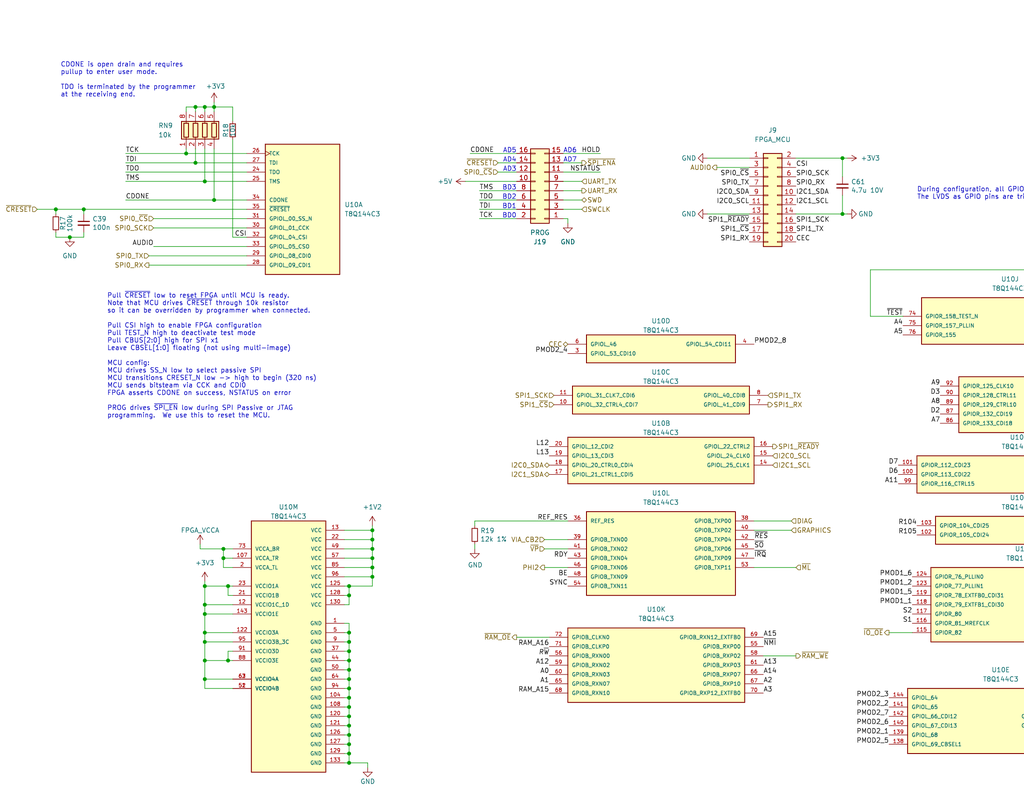
<source format=kicad_sch>
(kicad_sch (version 20211123) (generator eeschema)
  (paper "A")
  (title_block (title "EconoPET 40/8096") (date "2023-11-21") (rev "B"))
  (junction (at 82.55 233.68))
  (junction (at 325.12 -10.16))
  (junction (at 19.05 233.68))
  (junction (at 95.25 200.66))
  (junction (at 400.05 0))
  (junction (at 138.43 259.08))
  (junction (at 55.88 180.34))
  (junction (at 53.34 44.45))
  (junction (at 95.25 241.3))
  (junction (at 101.6 154.94))
  (junction (at 125.73 259.08))
  (junction (at 95.25 187.96))
  (junction (at 107.95 233.68))
  (junction (at 95.25 205.74))
  (junction (at 19.05 64.77))
  (junction (at 389.89 -10.16))
  (junction (at 100.33 259.08))
  (junction (at 113.03 259.08))
  (junction (at 425.45 76.2))
  (junction (at 335.28 -10.16))
  (junction (at 101.6 147.32))
  (junction (at 36.83 259.08))
  (junction (at 55.88 29.21))
  (junction (at 229.87 43.18))
  (junction (at 100.33 251.46))
  (junction (at 95.25 180.34))
  (junction (at 335.28 0))
  (junction (at 55.88 49.53))
  (junction (at 22.86 57.15))
  (junction (at 44.45 241.3))
  (junction (at 19.05 241.3))
  (junction (at 229.87 58.42))
  (junction (at 440.69 102.87))
  (junction (at 57.15 233.68))
  (junction (at 58.42 29.21))
  (junction (at 163.83 259.08))
  (junction (at 120.65 241.3))
  (junction (at 62.23 160.02))
  (junction (at 151.13 259.08))
  (junction (at 163.83 251.46))
  (junction (at 31.75 241.3))
  (junction (at 82.55 241.3))
  (junction (at 31.75 233.68))
  (junction (at 50.8 41.91))
  (junction (at 95.25 185.42))
  (junction (at 95.25 190.5))
  (junction (at 49.53 259.08))
  (junction (at 95.25 198.12))
  (junction (at 60.96 149.86))
  (junction (at 62.23 251.46))
  (junction (at 151.13 251.46))
  (junction (at 101.6 157.48))
  (junction (at 95.25 172.72))
  (junction (at 87.63 259.08))
  (junction (at 55.88 160.02))
  (junction (at 384.81 203.2))
  (junction (at 125.73 251.46))
  (junction (at 87.63 251.46))
  (junction (at 101.6 144.78))
  (junction (at 138.43 251.46))
  (junction (at 60.96 152.4))
  (junction (at 53.34 29.21))
  (junction (at 69.85 233.68))
  (junction (at 95.25 160.02))
  (junction (at 95.25 203.2))
  (junction (at 57.15 241.3))
  (junction (at 15.24 57.15))
  (junction (at 107.95 241.3))
  (junction (at 113.03 251.46))
  (junction (at 440.69 90.17))
  (junction (at 55.88 185.42))
  (junction (at 55.88 167.64))
  (junction (at 120.65 233.68))
  (junction (at 74.93 251.46))
  (junction (at 69.85 241.3))
  (junction (at 323.85 88.9))
  (junction (at 323.85 83.82))
  (junction (at 95.25 177.8))
  (junction (at 95.25 175.26))
  (junction (at 55.88 175.26))
  (junction (at 95.25 162.56))
  (junction (at 477.52 87.63))
  (junction (at 74.93 259.08))
  (junction (at 101.6 152.4))
  (junction (at 36.83 251.46))
  (junction (at 62.23 180.34))
  (junction (at 49.53 251.46))
  (junction (at 62.23 259.08))
  (junction (at 55.88 172.72))
  (junction (at 95.25 208.28))
  (junction (at 95.25 193.04))
  (junction (at 95.25 233.68))
  (junction (at 58.42 54.61))
  (junction (at 95.25 182.88))
  (junction (at 101.6 149.86))
  (junction (at 95.25 195.58))
  (junction (at 55.88 165.1))
  (junction (at 44.45 233.68))
  (junction (at 323.85 86.36))
  (junction (at 400.05 -10.16))
  (bus_entry (at 425.45 120.65) (size 2.54 2.54))
  (bus_entry (at 496.57 115.57) (size -2.54 -2.54))
  (bus_entry (at 496.57 107.95) (size -2.54 2.54))
  (bus_entry (at 482.6 125.73) (size -2.54 -2.54))
  (bus_entry (at 425.45 102.87) (size 2.54 2.54))
  (bus_entry (at 496.57 120.65) (size -2.54 -2.54))
  (bus_entry (at 496.57 123.19) (size -2.54 -2.54))
  (bus_entry (at 425.45 118.11) (size 2.54 2.54))
  (bus_entry (at 425.45 123.19) (size 2.54 2.54))
  (bus_entry (at 482.6 123.19) (size -2.54 -2.54))
  (bus_entry (at 482.6 120.65) (size -2.54 -2.54))
  (bus_entry (at 425.45 105.41) (size 2.54 2.54))
  (bus_entry (at 425.45 115.57) (size 2.54 2.54))
  (bus_entry (at 425.45 128.27) (size 2.54 2.54))
  (bus_entry (at 482.6 128.27) (size -2.54 -2.54))
  (bus_entry (at 496.57 118.11) (size -2.54 -2.54))
  (bus_entry (at 496.57 105.41) (size -2.54 2.54))
  (bus_entry (at 425.45 110.49) (size 2.54 2.54))
  (bus_entry (at 482.6 133.35) (size -2.54 -2.54))
  (bus_entry (at 482.6 135.89) (size -2.54 -2.54))
  (bus_entry (at 425.45 130.81) (size 2.54 2.54))
  (bus_entry (at 425.45 107.95) (size 2.54 2.54))
  (bus_entry (at 425.45 125.73) (size 2.54 2.54))
  (bus_entry (at 425.45 113.03) (size 2.54 2.54))
  (bus_entry (at 496.57 102.87) (size -2.54 2.54))
  (bus_entry (at 496.57 100.33) (size -2.54 2.54))
  (bus_entry (at 482.6 138.43) (size -2.54 -2.54))
  (bus_entry (at 482.6 130.81) (size -2.54 -2.54))
  (wire (pts (xy 309.88 83.82) (xy 309.88 73.66)))
  (wire (pts (xy 53.34 44.45) (xy 67.31 44.45)))
  (bus (pts (xy 425.45 125.73) (xy 425.45 128.27)))
  (wire (pts (xy 93.98 182.88) (xy 95.25 182.88)))
  (wire (pts (xy 55.88 165.1) (xy 63.5 165.1)))
  (wire (pts (xy 57.15 233.68) (xy 69.85 233.68)))
  (wire (pts (xy 427.99 107.95) (xy 454.66 107.95)))
  (wire (pts (xy 19.05 64.77) (xy 15.24 64.77)))
  (wire (pts (xy 237.49 86.36) (xy 246.38 86.36)))
  (wire (pts (xy 55.88 180.34) (xy 55.88 185.42)))
  (bus (pts (xy 496.57 125.73) (xy 497.84 125.73)))
  (bus (pts (xy 482.6 138.43) (xy 483.87 138.43)))
  (wire (pts (xy 101.6 149.86) (xy 101.6 152.4)))
  (wire (pts (xy 427.99 113.03) (xy 454.66 113.03)))
  (wire (pts (xy 95.25 203.2) (xy 95.25 205.74)))
  (wire (pts (xy 440.69 85.09) (xy 440.69 90.17)))
  (wire (pts (xy 325.12 -10.16) (xy 335.28 -10.16)))
  (wire (pts (xy 62.23 177.8) (xy 63.5 177.8)))
  (wire (pts (xy 24.13 252.73) (xy 24.13 251.46)))
  (wire (pts (xy 101.6 152.4) (xy 101.6 154.94)))
  (wire (pts (xy 242.57 248.92) (xy 242.57 250.19)))
  (wire (pts (xy 55.88 172.72) (xy 55.88 175.26)))
  (wire (pts (xy 467.36 107.95) (xy 494.03 107.95)))
  (wire (pts (xy 427.99 105.41) (xy 454.66 105.41)))
  (wire (pts (xy 34.29 54.61) (xy 58.42 54.61)))
  (wire (pts (xy 40.64 72.39) (xy 67.31 72.39)))
  (wire (pts (xy 427.99 118.11) (xy 454.66 118.11)))
  (bus (pts (xy 425.45 113.03) (xy 425.45 115.57)))
  (wire (pts (xy 388.62 0) (xy 400.05 0)))
  (wire (pts (xy 140.97 173.99) (xy 149.86 173.99)))
  (wire (pts (xy 93.98 200.66) (xy 95.25 200.66)))
  (wire (pts (xy 87.63 259.08) (xy 87.63 257.81)))
  (bus (pts (xy 425.45 76.2) (xy 422.91 76.2)))
  (wire (pts (xy 138.43 259.08) (xy 125.73 259.08)))
  (wire (pts (xy 205.74 154.94) (xy 217.17 154.94)))
  (wire (pts (xy 153.67 41.91) (xy 163.83 41.91)))
  (wire (pts (xy 55.88 167.64) (xy 63.5 167.64)))
  (wire (pts (xy 226.06 236.22) (xy 223.52 236.22)))
  (wire (pts (xy 467.36 120.65) (xy 480.06 120.65)))
  (wire (pts (xy 36.83 259.08) (xy 36.83 257.81)))
  (wire (pts (xy 440.69 99.06) (xy 440.69 102.87)))
  (wire (pts (xy 125.73 252.73) (xy 125.73 251.46)))
  (wire (pts (xy 95.25 172.72) (xy 95.25 175.26)))
  (wire (pts (xy 133.35 240.03) (xy 133.35 241.3)))
  (wire (pts (xy 107.95 241.3) (xy 107.95 240.03)))
  (wire (pts (xy 400.05 -3.81) (xy 400.05 0)))
  (wire (pts (xy 153.67 59.69) (xy 154.94 59.69)))
  (wire (pts (xy 93.98 190.5) (xy 95.25 190.5)))
  (wire (pts (xy 93.98 193.04) (xy 95.25 193.04)))
  (wire (pts (xy 95.25 208.28) (xy 100.33 208.28)))
  (wire (pts (xy 95.25 195.58) (xy 95.25 198.12)))
  (bus (pts (xy 482.6 133.35) (xy 482.6 135.89)))
  (wire (pts (xy 58.42 29.21) (xy 63.5 29.21)))
  (bus (pts (xy 496.57 120.65) (xy 496.57 123.19)))
  (wire (pts (xy 223.52 234.95) (xy 223.52 236.22)))
  (bus (pts (xy 482.6 123.19) (xy 482.6 125.73)))
  (wire (pts (xy 101.6 144.78) (xy 101.6 143.51)))
  (wire (pts (xy 69.85 241.3) (xy 69.85 240.03)))
  (wire (pts (xy 95.25 241.3) (xy 107.95 241.3)))
  (wire (pts (xy 40.64 69.85) (xy 67.31 69.85)))
  (wire (pts (xy 303.53 245.11) (xy 306.07 245.11)))
  (wire (pts (xy 240.03 236.22) (xy 242.57 236.22)))
  (wire (pts (xy 151.13 251.46) (xy 163.83 251.46)))
  (wire (pts (xy 325.12 -2.54) (xy 323.85 -2.54)))
  (wire (pts (xy 95.25 180.34) (xy 95.25 182.88)))
  (wire (pts (xy 62.23 259.08) (xy 49.53 259.08)))
  (wire (pts (xy 55.88 175.26) (xy 55.88 180.34)))
  (wire (pts (xy 383.54 203.2) (xy 384.81 203.2)))
  (wire (pts (xy 49.53 252.73) (xy 49.53 251.46)))
  (wire (pts (xy 93.98 154.94) (xy 101.6 154.94)))
  (wire (pts (xy 34.29 41.91) (xy 50.8 41.91)))
  (wire (pts (xy 389.89 -2.54) (xy 388.62 -2.54)))
  (bus (pts (xy 482.6 135.89) (xy 482.6 138.43)))
  (wire (pts (xy 41.91 67.31) (xy 67.31 67.31)))
  (wire (pts (xy 62.23 180.34) (xy 62.23 177.8)))
  (wire (pts (xy 101.6 147.32) (xy 101.6 149.86)))
  (wire (pts (xy 93.98 149.86) (xy 101.6 149.86)))
  (wire (pts (xy 237.49 73.66) (xy 237.49 86.36)))
  (wire (pts (xy 95.25 165.1) (xy 93.98 165.1)))
  (wire (pts (xy 100.33 208.28) (xy 100.33 209.55)))
  (wire (pts (xy 229.87 43.18) (xy 229.87 48.26)))
  (bus (pts (xy 425.45 120.65) (xy 425.45 123.19)))
  (wire (pts (xy 400.05 -10.16) (xy 400.05 -8.89)))
  (wire (pts (xy 87.63 252.73) (xy 87.63 251.46)))
  (wire (pts (xy 60.96 154.94) (xy 63.5 154.94)))
  (wire (pts (xy 34.29 44.45) (xy 53.34 44.45)))
  (wire (pts (xy 50.8 41.91) (xy 67.31 41.91)))
  (wire (pts (xy 107.95 241.3) (xy 120.65 241.3)))
  (wire (pts (xy 95.25 241.3) (xy 95.25 240.03)))
  (wire (pts (xy 49.53 259.08) (xy 36.83 259.08)))
  (wire (pts (xy 95.25 205.74) (xy 95.25 208.28)))
  (wire (pts (xy 477.52 87.63) (xy 477.52 85.09)))
  (wire (pts (xy 74.93 259.08) (xy 87.63 259.08)))
  (wire (pts (xy 427.99 110.49) (xy 454.66 110.49)))
  (bus (pts (xy 496.57 100.33) (xy 496.57 102.87)))
  (wire (pts (xy 95.25 208.28) (xy 93.98 208.28)))
  (wire (pts (xy 55.88 187.96) (xy 63.5 187.96)))
  (wire (pts (xy 63.5 38.1) (xy 63.5 64.77)))
  (wire (pts (xy 304.8 86.36) (xy 312.42 86.36)))
  (wire (pts (xy 62.23 251.46) (xy 74.93 251.46)))
  (wire (pts (xy 93.98 180.34) (xy 95.25 180.34)))
  (bus (pts (xy 425.45 128.27) (xy 425.45 130.81)))
  (wire (pts (xy 467.36 130.81) (xy 480.06 130.81)))
  (wire (pts (xy 138.43 251.46) (xy 138.43 252.73)))
  (wire (pts (xy 93.98 205.74) (xy 95.25 205.74)))
  (wire (pts (xy 62.23 257.81) (xy 62.23 259.08)))
  (wire (pts (xy 383.54 201.93) (xy 383.54 203.2)))
  (wire (pts (xy 50.8 29.21) (xy 53.34 29.21)))
  (wire (pts (xy 477.52 93.98) (xy 477.52 95.25)))
  (wire (pts (xy 58.42 29.21) (xy 58.42 30.48)))
  (wire (pts (xy 130.81 59.69) (xy 140.97 59.69)))
  (wire (pts (xy 19.05 241.3) (xy 31.75 241.3)))
  (wire (pts (xy 74.93 259.08) (xy 62.23 259.08)))
  (wire (pts (xy 133.35 233.68) (xy 133.35 234.95)))
  (wire (pts (xy 242.57 236.22) (xy 242.57 238.76)))
  (wire (pts (xy 304.8 88.9) (xy 312.42 88.9)))
  (bus (pts (xy 482.6 130.81) (xy 482.6 133.35)))
  (wire (pts (xy 53.34 40.64) (xy 53.34 44.45)))
  (wire (pts (xy 62.23 162.56) (xy 62.23 160.02)))
  (wire (pts (xy 113.03 259.08) (xy 100.33 259.08)))
  (wire (pts (xy 231.14 43.18) (xy 229.87 43.18)))
  (wire (pts (xy 467.36 128.27) (xy 480.06 128.27)))
  (wire (pts (xy 95.25 160.02) (xy 95.25 162.56)))
  (wire (pts (xy 95.25 190.5) (xy 95.25 193.04)))
  (bus (pts (xy 425.45 76.2) (xy 425.45 102.87)))
  (wire (pts (xy 74.93 257.81) (xy 74.93 259.08)))
  (wire (pts (xy 55.88 172.72) (xy 63.5 172.72)))
  (wire (pts (xy 335.28 -10.16) (xy 335.28 -8.89)))
  (wire (pts (xy 427.99 133.35) (xy 454.66 133.35)))
  (wire (pts (xy 107.95 233.68) (xy 120.65 233.68)))
  (wire (pts (xy 158.75 44.45) (xy 153.67 44.45)))
  (wire (pts (xy 95.25 177.8) (xy 95.25 180.34)))
  (wire (pts (xy 19.05 241.3) (xy 19.05 242.57)))
  (wire (pts (xy 242.57 172.72) (xy 248.92 172.72)))
  (wire (pts (xy 55.88 158.75) (xy 55.88 160.02)))
  (wire (pts (xy 93.98 198.12) (xy 95.25 198.12)))
  (wire (pts (xy 125.73 251.46) (xy 138.43 251.46)))
  (wire (pts (xy 50.8 40.64) (xy 50.8 41.91)))
  (wire (pts (xy 34.29 49.53) (xy 55.88 49.53)))
  (wire (pts (xy 113.03 251.46) (xy 125.73 251.46)))
  (wire (pts (xy 325.12 -10.16) (xy 325.12 -2.54)))
  (bus (pts (xy 425.45 110.49) (xy 425.45 113.03)))
  (wire (pts (xy 485.14 115.57) (xy 494.03 115.57)))
  (wire (pts (xy 195.58 45.72) (xy 204.47 45.72)))
  (wire (pts (xy 130.81 54.61) (xy 140.97 54.61)))
  (wire (pts (xy 15.24 57.15) (xy 22.86 57.15)))
  (bus (pts (xy 482.6 120.65) (xy 482.6 123.19)))
  (wire (pts (xy 22.86 57.15) (xy 67.31 57.15)))
  (wire (pts (xy 375.92 -2.54) (xy 374.65 -2.54)))
  (wire (pts (xy 19.05 231.14) (xy 19.05 233.68)))
  (wire (pts (xy 120.65 241.3) (xy 120.65 240.03)))
  (wire (pts (xy 93.98 177.8) (xy 95.25 177.8)))
  (wire (pts (xy 58.42 40.64) (xy 58.42 54.61)))
  (wire (pts (xy 427.99 115.57) (xy 454.66 115.57)))
  (wire (pts (xy 93.98 157.48) (xy 101.6 157.48)))
  (wire (pts (xy 93.98 160.02) (xy 95.25 160.02)))
  (wire (pts (xy 476.25 115.57) (xy 467.36 115.57)))
  (wire (pts (xy 93.98 172.72) (xy 95.25 172.72)))
  (wire (pts (xy 154.94 59.69) (xy 154.94 60.96)))
  (wire (pts (xy 323.85 83.82) (xy 323.85 86.36)))
  (wire (pts (xy 55.88 40.64) (xy 55.88 49.53)))
  (wire (pts (xy 303.53 200.66) (xy 313.69 200.66)))
  (wire (pts (xy 95.25 162.56) (xy 95.25 165.1)))
  (wire (pts (xy 101.6 154.94) (xy 101.6 157.48)))
  (wire (pts (xy 60.96 152.4) (xy 63.5 152.4)))
  (wire (pts (xy 55.88 185.42) (xy 63.5 185.42)))
  (bus (pts (xy 425.45 118.11) (xy 425.45 120.65)))
  (bus (pts (xy 425.45 107.95) (xy 425.45 110.49)))
  (bus (pts (xy 496.57 115.57) (xy 496.57 118.11)))
  (wire (pts (xy 467.36 133.35) (xy 480.06 133.35)))
  (wire (pts (xy 467.36 123.19) (xy 480.06 123.19)))
  (wire (pts (xy 95.25 233.68) (xy 107.95 233.68)))
  (bus (pts (xy 425.45 105.41) (xy 425.45 107.95)))
  (wire (pts (xy 95.25 182.88) (xy 95.25 185.42)))
  (wire (pts (xy 427.99 123.19) (xy 454.66 123.19)))
  (wire (pts (xy 54.61 149.86) (xy 54.61 148.59)))
  (bus (pts (xy 496.57 105.41) (xy 496.57 107.95)))
  (wire (pts (xy 62.23 252.73) (xy 62.23 251.46)))
  (wire (pts (xy 101.6 157.48) (xy 101.6 160.02)))
  (wire (pts (xy 93.98 187.96) (xy 95.25 187.96)))
  (bus (pts (xy 496.57 118.11) (xy 496.57 120.65)))
  (wire (pts (xy 82.55 241.3) (xy 82.55 240.03)))
  (wire (pts (xy 57.15 241.3) (xy 69.85 241.3)))
  (wire (pts (xy 95.25 170.18) (xy 95.25 172.72)))
  (wire (pts (xy 440.69 93.98) (xy 440.69 90.17)))
  (wire (pts (xy 55.88 160.02) (xy 62.23 160.02)))
  (wire (pts (xy 95.25 160.02) (xy 101.6 160.02)))
  (wire (pts (xy 140.97 41.91) (xy 128.27 41.91)))
  (wire (pts (xy 400.05 -11.43) (xy 400.05 -10.16)))
  (wire (pts (xy 158.75 52.07) (xy 153.67 52.07)))
  (wire (pts (xy 323.85 91.44) (xy 322.58 91.44)))
  (wire (pts (xy 125.73 257.81) (xy 125.73 259.08)))
  (wire (pts (xy 95.25 234.95) (xy 95.25 233.68)))
  (wire (pts (xy 304.8 91.44) (xy 312.42 91.44)))
  (wire (pts (xy 15.24 63.5) (xy 15.24 64.77)))
  (wire (pts (xy 24.13 259.08) (xy 24.13 257.81)))
  (wire (pts (xy 93.98 195.58) (xy 95.25 195.58)))
  (bus (pts (xy 496.57 123.19) (xy 497.84 123.19)))
  (wire (pts (xy 467.36 125.73) (xy 480.06 125.73)))
  (wire (pts (xy 335.28 -11.43) (xy 335.28 -10.16)))
  (wire (pts (xy 389.89 -10.16) (xy 389.89 -2.54)))
  (wire (pts (xy 100.33 251.46) (xy 113.03 251.46)))
  (wire (pts (xy 485.14 120.65) (xy 494.03 120.65)))
  (wire (pts (xy 36.83 251.46) (xy 49.53 251.46)))
  (wire (pts (xy 323.85 82.55) (xy 323.85 83.82)))
  (wire (pts (xy 100.33 252.73) (xy 100.33 251.46)))
  (wire (pts (xy 163.83 250.19) (xy 163.83 251.46)))
  (wire (pts (xy 309.88 -2.54) (xy 309.88 -10.16)))
  (wire (pts (xy 95.25 185.42) (xy 95.25 187.96)))
  (wire (pts (xy 467.36 135.89) (xy 480.06 135.89)))
  (wire (pts (xy 322.58 83.82) (xy 323.85 83.82)))
  (wire (pts (xy 138.43 259.08) (xy 151.13 259.08)))
  (bus (pts (xy 496.57 76.2) (xy 496.57 100.33)))
  (wire (pts (xy 49.53 251.46) (xy 62.23 251.46)))
  (wire (pts (xy 158.75 54.61) (xy 153.67 54.61)))
  (wire (pts (xy 55.88 160.02) (xy 55.88 165.1)))
  (wire (pts (xy 60.96 152.4) (xy 60.96 154.94)))
  (wire (pts (xy 36.83 259.08) (xy 24.13 259.08)))
  (wire (pts (xy 93.98 147.32) (xy 101.6 147.32)))
  (wire (pts (xy 127 49.53) (xy 140.97 49.53)))
  (wire (pts (xy 323.85 88.9) (xy 322.58 88.9)))
  (wire (pts (xy 138.43 251.46) (xy 151.13 251.46)))
  (wire (pts (xy 158.75 57.15) (xy 153.67 57.15)))
  (wire (pts (xy 55.88 180.34) (xy 62.23 180.34)))
  (wire (pts (xy 34.29 46.99) (xy 67.31 46.99)))
  (wire (pts (xy 148.59 147.32) (xy 154.94 147.32)))
  (wire (pts (xy 93.98 144.78) (xy 101.6 144.78)))
  (wire (pts (xy 389.89 -10.16) (xy 400.05 -10.16)))
  (wire (pts (xy 62.23 180.34) (xy 63.5 180.34)))
  (wire (pts (xy 53.34 29.21) (xy 53.34 30.48)))
  (wire (pts (xy 309.88 73.66) (xy 237.49 73.66)))
  (wire (pts (xy 129.54 148.59) (xy 129.54 149.86)))
  (wire (pts (xy 22.86 57.15) (xy 22.86 58.42)))
  (wire (pts (xy 44.45 241.3) (xy 44.45 240.03)))
  (wire (pts (xy 467.36 105.41) (xy 494.03 105.41)))
  (wire (pts (xy 374.65 -10.16) (xy 389.89 -10.16)))
  (wire (pts (xy 41.91 59.69) (xy 67.31 59.69)))
  (wire (pts (xy 440.69 102.87) (xy 454.66 102.87)))
  (wire (pts (xy 120.65 241.3) (xy 133.35 241.3)))
  (wire (pts (xy 55.88 29.21) (xy 55.88 30.48)))
  (wire (pts (xy 138.43 257.81) (xy 138.43 259.08)))
  (wire (pts (xy 204.47 43.18) (xy 193.04 43.18)))
  (wire (pts (xy 335.28 0) (xy 335.28 -3.81)))
  (wire (pts (xy 95.25 200.66) (xy 95.25 203.2)))
  (wire (pts (xy 154.94 142.24) (xy 129.54 142.24)))
  (wire (pts (xy 93.98 175.26) (xy 95.25 175.26)))
  (wire (pts (xy 31.75 241.3) (xy 44.45 241.3)))
  (wire (pts (xy 323.85 0) (xy 335.28 0)))
  (wire (pts (xy 335.28 0) (xy 335.28 12.7)))
  (wire (pts (xy 323.85 86.36) (xy 323.85 88.9)))
  (wire (pts (xy 229.87 58.42) (xy 231.14 58.42)))
  (wire (pts (xy 22.86 63.5) (xy 22.86 64.77)))
  (wire (pts (xy 120.65 233.68) (xy 133.35 233.68)))
  (wire (pts (xy 163.83 259.08) (xy 151.13 259.08)))
  (wire (pts (xy 82.55 234.95) (xy 82.55 233.68)))
  (wire (pts (xy 309.88 -10.16) (xy 325.12 -10.16)))
  (wire (pts (xy 19.05 234.95) (xy 19.05 233.68)))
  (wire (pts (xy 485.14 118.11) (xy 494.03 118.11)))
  (wire (pts (xy 205.74 144.78) (xy 215.9 144.78)))
  (wire (pts (xy 374.65 -2.54) (xy 374.65 -10.16)))
  (wire (pts (xy 151.13 251.46) (xy 151.13 252.73)))
  (wire (pts (xy 208.28 179.07) (xy 217.17 179.07)))
  (wire (pts (xy 312.42 83.82) (xy 309.88 83.82)))
  (wire (pts (xy 163.83 259.08) (xy 163.83 260.35)))
  (bus (pts (xy 496.57 76.2) (xy 425.45 76.2)))
  (wire (pts (xy 60.96 149.86) (xy 54.61 149.86)))
  (wire (pts (xy 95.25 187.96) (xy 95.25 190.5)))
  (wire (pts (xy 427.99 125.73) (xy 454.66 125.73)))
  (wire (pts (xy 129.54 142.24) (xy 129.54 143.51)))
  (wire (pts (xy 63.5 162.56) (xy 62.23 162.56)))
  (wire (pts (xy 41.91 62.23) (xy 67.31 62.23)))
  (wire (pts (xy 95.25 175.26) (xy 95.25 177.8)))
  (wire (pts (xy 93.98 162.56) (xy 95.25 162.56)))
  (wire (pts (xy 135.89 44.45) (xy 140.97 44.45)))
  (wire (pts (xy 55.88 185.42) (xy 55.88 187.96)))
  (wire (pts (xy 22.86 64.77) (xy 19.05 64.77)))
  (wire (pts (xy 55.88 175.26) (xy 63.5 175.26)))
  (wire (pts (xy 44.45 241.3) (xy 57.15 241.3)))
  (wire (pts (xy 163.83 257.81) (xy 163.83 259.08)))
  (wire (pts (xy 69.85 233.68) (xy 82.55 233.68)))
  (wire (pts (xy 113.03 252.73) (xy 113.03 251.46)))
  (wire (pts (xy 69.85 234.95) (xy 69.85 233.68)))
  (wire (pts (xy 323.85 88.9) (xy 323.85 91.44)))
  (wire (pts (xy 69.85 241.3) (xy 82.55 241.3)))
  (wire (pts (xy 55.88 29.21) (xy 58.42 29.21)))
  (wire (pts (xy 151.13 257.81) (xy 151.13 259.08)))
  (wire (pts (xy 95.25 198.12) (xy 95.25 200.66)))
  (wire (pts (xy 58.42 27.94) (xy 58.42 29.21)))
  (wire (pts (xy 303.53 193.04) (xy 313.69 193.04)))
  (wire (pts (xy 229.87 53.34) (xy 229.87 58.42)))
  (wire (pts (xy 55.88 167.64) (xy 55.88 172.72)))
  (wire (pts (xy 31.75 234.95) (xy 31.75 233.68)))
  (wire (pts (xy 36.83 252.73) (xy 36.83 251.46)))
  (wire (pts (xy 57.15 234.95) (xy 57.15 233.68)))
  (wire (pts (xy 10.16 57.15) (xy 15.24 57.15)))
  (wire (pts (xy 100.33 259.08) (xy 100.33 257.81)))
  (wire (pts (xy 58.42 54.61) (xy 67.31 54.61)))
  (wire (pts (xy 31.75 241.3) (xy 31.75 240.03)))
  (wire (pts (xy 436.88 135.89) (xy 454.66 135.89)))
  (wire (pts (xy 19.05 240.03) (xy 19.05 241.3)))
  (wire (pts (xy 60.96 149.86) (xy 63.5 149.86)))
  (wire (pts (xy 125.73 259.08) (xy 113.03 259.08)))
  (wire (pts (xy 93.98 152.4) (xy 101.6 152.4)))
  (wire (pts (xy 467.36 118.11) (xy 480.06 118.11)))
  (wire (pts (xy 427.99 128.27) (xy 454.66 128.27)))
  (wire (pts (xy 107.95 234.95) (xy 107.95 233.68)))
  (wire (pts (xy 93.98 170.18) (xy 95.25 170.18)))
  (wire (pts (xy 384.81 203.2) (xy 386.08 203.2)))
  (wire (pts (xy 204.47 58.42) (xy 193.04 58.42)))
  (wire (pts (xy 163.83 251.46) (xy 163.83 252.73)))
  (wire (pts (xy 87.63 251.46) (xy 100.33 251.46)))
  (wire (pts (xy 386.08 201.93) (xy 386.08 203.2)))
  (wire (pts (xy 63.5 64.77) (xy 67.31 64.77)))
  (wire (pts (xy 55.88 165.1) (xy 55.88 167.64)))
  (wire (pts (xy 323.85 86.36) (xy 322.58 86.36)))
  (wire (pts (xy 130.81 52.07) (xy 140.97 52.07)))
  (wire (pts (xy 50.8 29.21) (xy 50.8 30.48)))
  (wire (pts (xy 217.17 58.42) (xy 229.87 58.42)))
  (wire (pts (xy 53.34 29.21) (xy 55.88 29.21)))
  (wire (pts (xy 82.55 233.68) (xy 95.25 233.68)))
  (wire (pts (xy 311.15 -2.54) (xy 309.88 -2.54)))
  (wire (pts (xy 148.59 149.86) (xy 154.94 149.86)))
  (wire (pts (xy 19.05 233.68) (xy 31.75 233.68)))
  (wire (pts (xy 15.24 57.15) (xy 15.24 58.42)))
  (wire (pts (xy 60.96 149.86) (xy 60.96 152.4)))
  (wire (pts (xy 158.75 49.53) (xy 153.67 49.53)))
  (wire (pts (xy 467.36 87.63) (xy 477.52 87.63)))
  (wire (pts (xy 95.25 193.04) (xy 95.25 195.58)))
  (wire (pts (xy 467.36 102.87) (xy 494.03 102.87)))
  (wire (pts (xy 44.45 234.95) (xy 44.45 233.68)))
  (wire (pts (xy 93.98 203.2) (xy 95.25 203.2)))
  (wire (pts (xy 220.98 243.84) (xy 228.6 243.84)))
  (wire (pts (xy 476.25 149.86) (xy 476.25 115.57)))
  (bus (pts (xy 496.57 102.87) (xy 496.57 105.41)))
  (wire (pts (xy 234.95 243.84) (xy 233.68 243.84)))
  (wire (pts (xy 375.92 0) (xy 367.03 0)))
  (wire (pts (xy 24.13 251.46) (xy 36.83 251.46)))
  (wire (pts (xy 31.75 233.68) (xy 44.45 233.68)))
  (wire (pts (xy 289.56 245.11) (xy 279.4 245.11)))
  (wire (pts (xy 440.69 90.17) (xy 454.66 90.17)))
  (wire (pts (xy 153.67 46.99) (xy 163.83 46.99)))
  (wire (pts (xy 467.36 110.49) (xy 494.03 110.49)))
  (bus (pts (xy 425.45 102.87) (xy 425.45 105.41)))
  (wire (pts (xy 120.65 234.95) (xy 120.65 233.68)))
  (wire (pts (xy 82.55 241.3) (xy 95.25 241.3)))
  (wire (pts (xy 113.03 257.81) (xy 113.03 259.08)))
  (wire (pts (xy 400.05 0) (xy 400.05 12.7)))
  (wire (pts (xy 130.81 57.15) (xy 140.97 57.15)))
  (wire (pts (xy 63.5 29.21) (xy 63.5 33.02)))
  (wire (pts (xy 436.88 87.63) (xy 454.66 87.63)))
  (wire (pts (xy 231.14 236.22) (xy 232.41 236.22)))
  (wire (pts (xy 44.45 233.68) (xy 57.15 233.68)))
  (bus (pts (xy 425.45 123.19) (xy 425.45 125.73)))
  (wire (pts (xy 311.15 0) (xy 302.26 0)))
  (wire (pts (xy 205.74 142.24) (xy 215.9 142.24)))
  (wire (pts (xy 101.6 144.78) (xy 101.6 147.32)))
  (wire (pts (xy 229.87 43.18) (xy 217.17 43.18)))
  (bus (pts (xy 482.6 125.73) (xy 482.6 128.27)))
  (wire (pts (xy 62.23 160.02) (xy 63.5 160.02)))
  (wire (pts (xy 427.99 120.65) (xy 454.66 120.65)))
  (wire (pts (xy 477.52 87.63) (xy 477.52 88.9)))
  (wire (pts (xy 436.88 102.87) (xy 440.69 102.87)))
  (wire (pts (xy 93.98 185.42) (xy 95.25 185.42)))
  (wire (pts (xy 57.15 241.3) (xy 57.15 240.03)))
  (wire (pts (xy 148.59 154.94) (xy 154.94 154.94)))
  (wire (pts (xy 297.18 245.11) (xy 298.45 245.11)))
  (wire (pts (xy 467.36 113.03) (xy 494.03 113.03)))
  (wire (pts (xy 87.63 259.08) (xy 100.33 259.08)))
  (wire (pts (xy 74.93 252.73) (xy 74.93 251.46)))
  (wire (pts (xy 49.53 257.81) (xy 49.53 259.08)))
  (wire (pts (xy 135.89 46.99) (xy 140.97 46.99)))
  (bus (pts (xy 482.6 128.27) (xy 482.6 130.81)))
  (bus (pts (xy 425.45 115.57) (xy 425.45 118.11)))
  (wire (pts (xy 74.93 251.46) (xy 87.63 251.46)))
  (wire (pts (xy 427.99 130.81) (xy 454.66 130.81)))
  (wire (pts (xy 55.88 49.53) (xy 67.31 49.53)))
  (text "During configuration, all GPIO pins excluding LVDS as GPIO are configured in weak pull-up mode.\nThe LVDS as GPIO pins are tri-stated without a pull-up or pull-down resistor." (at 250.19 54.61 0) (effects (font (size 1.27 1.27)) (justify left bottom)))
  (text "BD0" (at 140.97 59.69 180) (effects (font (size 1.27 1.27)) (justify right bottom)))
  (text "BD2" (at 140.97 54.61 180) (effects (font (size 1.27 1.27)) (justify right bottom)))
  (text "BD1" (at 140.97 57.15 180) (effects (font (size 1.27 1.27)) (justify right bottom)))
  (text "NSTATUS driven low if bitstream contains\nwrong device ID or fails CRC check." (at 275.59 261.62 0) (effects (font (size 1.27 1.27)) (justify left bottom)))
  (text "AD7" (at 153.67 44.45 0) (effects (font (size 1.27 1.27)) (justify left bottom)))
  (text "AD4" (at 140.97 44.45 180) (effects (font (size 1.27 1.27)) (justify right bottom)))
  (text "Pull ~{CRESET} low to reset FPGA until MCU is ready.\nNote that MCU drives ~{CRESET} through 10k resistor\nso it can be overridden by programmer when connected.\n\nPull CSI high to enable FPGA configuration\nPull TEST_N high to deactivate test mode\nPull CBUS[2:0] high for SPI x1\nLeave CBSEL[1:0] floating (not using multi-image)\n\nMCU config:\nMCU drives SS_N low to select passive SPI\nMCU transitions CRESET_N low -> high to begin (320 ns)\nMCU sends bitsteam via CCK and CDI0\nFPGA asserts CDONE on success, NSTATUS on error\n\nPROG drives ~{SPI_EN} low during SPI Passive or JTAG\nprogramming.  We use this to reset the MCU." (at 29.21 114.3 0) (effects (font (size 1.27 1.27)) (justify left bottom)))
  (text "BD3" (at 140.97 52.07 180) (effects (font (size 1.27 1.27)) (justify right bottom)))
  (text "Minimum decoupling caps is one 100nF and one 10nF\nPlace lowest values closest to pin." (at 16.51 267.97 0) (effects (font (size 1.27 1.27)) (justify left bottom)))
  (text "AD5" (at 140.97 41.91 180) (effects (font (size 1.27 1.27)) (justify right bottom)))
  (text "AD6" (at 153.67 41.91 0) (effects (font (size 1.27 1.27)) (justify left bottom)))
  (text "AD3" (at 140.97 46.99 180) (effects (font (size 1.27 1.27)) (justify right bottom)))
  (text "CDONE is open drain and requires\npullup to enter user mode.\n\nTDO is terminated by the programmer\nat the receiving end." (at 16.51 26.67 0) (effects (font (size 1.27 1.27)) (justify left bottom)))
  (text "CDONE is an open drain output with 10k pullup.\nDriving LED requires a current amplifier." (at 217.17 261.62 0) (effects (font (size 1.27 1.27)) (justify left bottom)))
  (label "TCK" (at 130.81 59.69 0))
  (label "SPI1_~{READY}" (at 204.47 60.96 180))
  (label "D2" (at 256.54 113.03 180))
  (label "A2" (at 208.28 186.69 0))
  (label "BE" (at 154.94 157.48 180))
  (label "A5" (at 246.38 91.44 180))
  (label "SPI1_~{CS}" (at 204.47 63.5 180))
  (label "SPI0_~{CS}" (at 204.47 48.26 180))
  (label "I2C0_SCL" (at 204.47 55.88 180))
  (label "L12" (at 149.86 121.92 180))
  (label "D6" (at 245.11 129.54 180))
  (label "PMOD2_6" (at 388.62 5.08 0))
  (label "PMOD1_8" (at 303.53 190.5 0))
  (label "A14" (at 467.36 107.95 0))
  (label "CDONE" (at 220.98 243.84 0))
  (label "CSI" (at 217.17 45.72 0))
  (label "A10" (at 311.15 129.54 0))
  (label "D5" (at 311.15 127 0))
  (label "NSTATUS" (at 313.69 193.04 180))
  (label "PMOD2_6" (at 242.57 198.12 180))
  (label "A9" (at 454.66 128.27 180))
  (label "R95" (at 454.66 146.05 180))
  (label "A15" (at 208.28 173.99 0))
  (label "AUDIO" (at 41.91 67.31 180))
  (label "PMOD1_7" (at 303.53 198.12 0))
  (label "TMS" (at 34.29 49.53 0))
  (label "A14" (at 208.28 184.15 0))
  (label "~{RES}" (at 205.74 147.32 0) (effects (font italic)))
  (label "R105" (at 250.19 146.05 180))
  (label "D3" (at 256.54 107.95 180))
  (label "CEC" (at 217.17 66.04 0))
  (label "PMOD2_4" (at 375.92 10.16 180))
  (label "A4" (at 454.66 115.57 180))
  (label "PMOD1_1" (at 248.92 165.1 180))
  (label "~{TEST}" (at 454.66 138.43 180))
  (label "SPI0_TX" (at 204.47 50.8 180))
  (label "SYNC" (at 154.94 160.02 180))
  (label "CBUS2" (at 304.8 91.44 0))
  (label "RAM_A10" (at 314.96 105.41 0))
  (label "RDY" (at 154.94 152.4 180))
  (label "CBUS1" (at 304.8 88.9 0))
  (label "R104" (at 250.19 143.51 180))
  (label "D0" (at 304.8 83.82 0))
  (label "PMOD2_1" (at 242.57 200.66 180))
  (label "SPI1_TX" (at 217.17 63.5 0))
  (label "PMOD2_5" (at 388.62 2.54 0))
  (label "A1" (at 149.86 186.69 180))
  (label "SPI0_RX" (at 217.17 50.8 0))
  (label "PMOD1_2" (at 248.92 160.02 180))
  (label "R94" (at 467.36 146.05 0))
  (label "~{IRQ}" (at 205.74 152.4 0))
  (label "R~{W}" (at 149.86 179.07 180) (effects (font italic)))
  (label "PMOD2_2" (at 375.92 5.08 180))
  (label "D7" (at 245.11 127 180))
  (label "A12" (at 467.36 102.87 0))
  (label "PMOD2_8" (at 388.62 10.16 0))
  (label "SPI1_SCK" (at 217.17 60.96 0))
  (label "A4" (at 246.38 88.9 180))
  (label "D2" (at 467.36 123.19 0))
  (label "PMOD1_5" (at 323.85 2.54 0))
  (label "D4" (at 311.15 132.08 0))
  (label "A3" (at 208.28 189.23 0))
  (label "CBUS0" (at 467.36 138.43 0))
  (label "PMOD1_4" (at 311.15 10.16 180))
  (label "PMOD1_3" (at 303.53 203.2 0))
  (label "RAM_A10" (at 485.14 120.65 0))
  (label "PMOD1_8" (at 323.85 10.16 0))
  (label "A13" (at 467.36 105.41 0))
  (label "RAM_A16" (at 467.36 113.03 0))
  (label "TDO" (at 130.81 54.61 0))
  (label "I2C0_SDA" (at 204.47 53.34 180))
  (label "L13" (at 149.86 124.46 180))
  (label "CDONE" (at 128.27 41.91 0))
  (label "PMOD1_7" (at 323.85 7.62 0))
  (label "CBUS2" (at 467.36 140.97 0))
  (label "A10" (at 454.66 130.81 180))
  (label "A2" (at 454.66 110.49 180))
  (label "TDI" (at 34.29 44.45 0))
  (label "SPI1_RX" (at 204.47 66.04 180))
  (label "PMOD2_3" (at 242.57 190.5 180))
  (label "SPI0_SCK" (at 217.17 48.26 0))
  (label "A11" (at 245.11 132.08 180))
  (label "NSTATUS" (at 279.4 245.11 0))
  (label "A1" (at 454.66 107.95 180))
  (label "PMOD1_1" (at 311.15 2.54 180))
  (label "A3" (at 454.66 113.03 180))
  (label "~{NMI}" (at 208.28 176.53 0))
  (label "PMOD2_7" (at 242.57 195.58 180))
  (label "R104" (at 467.36 143.51 0))
  (label "R105" (at 454.66 143.51 180))
  (label "PMOD2_1" (at 375.92 2.54 180))
  (label "D0" (at 467.36 118.11 0))
  (label "RAM_A15" (at 485.14 115.57 0))
  (label "S1" (at 248.92 170.18 180))
  (label "REF_RES" (at 154.94 142.24 180))
  (label "CDONE" (at 34.29 54.61 0))
  (label "RAM_A15" (at 149.86 189.23 180))
  (label "PMOD1_3" (at 311.15 7.62 180))
  (label "HOLD" (at 163.83 41.91 180))
  (label "CBUS1" (at 454.66 140.97 180))
  (label "L13" (at 467.36 148.59 0))
  (label "TDI" (at 130.81 57.15 0))
  (label "A8" (at 256.54 110.49 180))
  (label "D1" (at 467.36 120.65 0))
  (label "RAM_A11" (at 485.14 118.11 0))
  (label "D6" (at 467.36 133.35 0))
  (label "PMOD1_6" (at 323.85 5.08 0))
  (label "A0" (at 454.66 105.41 180))
  (label "D5" (at 467.36 130.81 0))
  (label "CBUS0" (at 304.8 86.36 0))
  (label "D3" (at 467.36 125.73 0))
  (label "RAM_A16" (at 149.86 176.53 180))
  (label "L12" (at 454.66 148.59 180))
  (label "A5" (at 454.66 118.11 180))
  (label "A7" (at 454.66 123.19 180))
  (label "NSTATUS" (at 163.83 46.99 180))
  (label "PMOD2_2" (at 242.57 193.04 180))
  (label "PMOD1_6" (at 248.92 157.48 180))
  (label "PMOD2_7" (at 388.62 7.62 0))
  (label "PMOD1_5" (at 248.92 162.56 180))
  (label "A13" (at 208.28 181.61 0))
  (label "I2C1_SDA" (at 217.17 53.34 0))
  (label "PMOD1_4" (at 303.53 195.58 0))
  (label "A6" (at 454.66 120.65 180))
  (label "D1" (at 314.96 107.95 0))
  (label "PMOD2_5" (at 242.57 203.2 180))
  (label "CSI" (at 67.31 64.77 180))
  (label "I2C1_SCL" (at 217.17 55.88 0))
  (label "TCK" (at 34.29 41.91 0))
  (label "PMOD2_8" (at 205.74 93.98 0))
  (label "A6" (at 314.96 110.49 0))
  (label "A9" (at 256.54 105.41 180))
  (label "R94" (at 306.07 143.51 0))
  (label "A15" (at 467.36 110.49 0))
  (label "PMOD2_4" (at 154.94 96.52 180))
  (label "R95" (at 306.07 146.05 0))
  (label "~{SO}" (at 205.74 149.86 0))
  (label "RAM_A11" (at 314.96 113.03 0))
  (label "~{TEST}" (at 246.38 86.36 180))
  (label "A11" (at 454.66 133.35 180))
  (label "TMS" (at 130.81 52.07 0))
  (label "A7" (at 256.54 115.57 180))
  (label "S2" (at 248.92 167.64 180))
  (label "D4" (at 467.36 128.27 0))
  (label "PMOD1_2" (at 311.15 5.08 180))
  (label "A12" (at 149.86 181.61 180))
  (label "D7" (at 467.36 135.89 0))
  (label "S1" (at 383.54 186.69 90))
  (label "S2" (at 386.08 186.69 90))
  (label "A8" (at 454.66 125.73 180))
  (label "PMOD2_3" (at 375.92 7.62 180))
  (label "A0" (at 149.86 184.15 180))
  (label "TDO" (at 34.29 46.99 0))
  (hierarchical_label "~{ML}" (shape input) (at 217.17 154.94 0))
  (hierarchical_label "SPI0_RX" (shape output) (at 40.64 72.39 180))
  (hierarchical_label "A[0..15]" (shape bidirectional) (at 422.91 76.2 180))
  (hierarchical_label "~{CRESET}" (shape input) (at 10.16 57.15 180))
  (hierarchical_label "{RAM_A}" (shape output) (at 497.84 123.19 0))
  (hierarchical_label "~{IO_OE}" (shape output) (at 242.57 172.72 180))
  (hierarchical_label "CEC" (shape bidirectional) (at 154.94 93.98 180))
  (hierarchical_label "SPI0_~{CS}" (shape input) (at 41.91 59.69 180))
  (hierarchical_label "I2C1_SDA" (shape bidirectional) (at 149.86 129.54 180))
  (hierarchical_label "VERT" (shape output) (at 309.88 167.64 0))
  (hierarchical_label "~{VP}" (shape input) (at 148.59 149.86 180))
  (hierarchical_label "SWD" (shape bidirectional) (at 158.75 54.61 0))
  (hierarchical_label "SWCLK" (shape input) (at 158.75 57.15 0))
  (hierarchical_label "SPI0_TX" (shape input) (at 40.64 69.85 180))
  (hierarchical_label "~{RAM_OE}" (shape output) (at 140.97 173.99 180))
  (hierarchical_label "I2C0_SDA" (shape bidirectional) (at 149.86 127 180))
  (hierarchical_label "SPI1_SCK" (shape input) (at 151.13 107.95 180))
  (hierarchical_label "R~{W}" (shape input) (at 467.36 100.33 0))
  (hierarchical_label "DIAG" (shape input) (at 215.9 142.24 0))
  (hierarchical_label "VIA_CB2" (shape input) (at 148.59 147.32 180))
  (hierarchical_label "~{PIA1_CS}" (shape output) (at 309.88 165.1 0))
  (hierarchical_label "SYNC" (shape input) (at 467.36 97.79 0))
  (hierarchical_label "D[0..7]" (shape bidirectional) (at 483.87 138.43 0))
  (hierarchical_label "UART_TX" (shape input) (at 158.75 49.53 0))
  (hierarchical_label "GRAPHICS" (shape input) (at 215.9 144.78 0))
  (hierarchical_label "SPI1_TX" (shape input) (at 209.55 107.95 0))
  (hierarchical_label "SPI1_RX" (shape output) (at 209.55 110.49 0))
  (hierarchical_label "~{PIA2_CS}" (shape output) (at 309.88 157.48 0))
  (hierarchical_label "BE" (shape output) (at 454.66 97.79 180))
  (hierarchical_label "I2C0_SCL" (shape input) (at 210.82 124.46 0))
  (hierarchical_label "~{IRQ}" (shape bidirectional) (at 467.36 95.25 0))
  (hierarchical_label "~{SPI_ENA}" (shape output) (at 158.75 44.45 0))
  (hierarchical_label "~{CRESET}" (shape input) (at 135.89 44.45 180))
  (hierarchical_label "PHI2" (shape output) (at 454.66 95.25 180))
  (hierarchical_label "~{RES}" (shape output) (at 467.36 90.17 0))
  (hierarchical_label "SPI1_~{CS}" (shape input) (at 151.13 110.49 180))
  (hierarchical_label "PHI2" (shape output) (at 148.59 154.94 180))
  (hierarchical_label "AUDIO" (shape output) (at 195.58 45.72 180))
  (hierarchical_label "SPI1_~{READY}" (shape output) (at 210.82 121.92 0))
  (hierarchical_label "SPI0_SCK" (shape input) (at 41.91 62.23 180))
  (hierarchical_label "I2C1_SCL" (shape input) (at 210.82 127 0))
  (hierarchical_label "~{NMI}" (shape bidirectional) (at 454.66 100.33 180))
  (hierarchical_label "~{VIA_CS}" (shape output) (at 309.88 160.02 0))
  (hierarchical_label "~{RAM_WE}" (shape output) (at 217.17 179.07 0))
  (hierarchical_label "VIDEO" (shape output) (at 309.88 170.18 0))
  (hierarchical_label "RDY" (shape bidirectional) (at 467.36 92.71 0))
  (hierarchical_label "~{SO}" (shape output) (at 454.66 92.71 180))
  (hierarchical_label "FPGA_CLK" (shape input) (at 313.69 200.66 0))
  (hierarchical_label "HORIZ" (shape output) (at 309.88 162.56 0))
  (hierarchical_label "UART_RX" (shape output) (at 158.75 52.07 0))
  (hierarchical_label "SPI0_~{CS}" (shape input) (at 135.89 46.99 180))
  (symbol (lib_id "Device:C_Small") (at 100.33 255.27 0) (unit 1)
    (property "Reference" "C52" (at 102.6668 254.1016 0) (effects (justify left)))
    (property "Value" "100n" (at 102.6668 256.413 0) (effects (justify left)))
    (property "Footprint" "Capacitor_SMD:C_0402_1005Metric" (effects hide))
    (property "Datasheet" "https://datasheet.lcsc.com/lcsc/2304140030_Samsung-Electro-Mechanics-CL05B104KB54PNC_C307331.pdf" (effects hide))
    (property "LCSC" "C307331" (effects hide))
  )
  (symbol (lib_id "power:+5V") (at 477.52 85.09 0) (unit 1)
    (property "Reference" "#PWR086" (effects hide))
    (property "Value" "+5V" (at 477.52 80.01 0))
  )
  (symbol (lib_id "Device:C_Small") (at 49.53 255.27 0) (unit 1)
    (property "Reference" "C44" (at 51.8668 254.1016 0) (effects (justify left)))
    (property "Value" "100n" (at 51.8668 256.413 0) (effects (justify left)))
    (property "Footprint" "Capacitor_SMD:C_0402_1005Metric" (effects hide))
    (property "Datasheet" "https://datasheet.lcsc.com/lcsc/2304140030_Samsung-Electro-Mechanics-CL05B104KB54PNC_C307331.pdf" (effects hide))
    (property "LCSC" "C307331" (effects hide))
  )
  (symbol (lib_id "Transistor_BJT:MMBT3904") (at 240.03 243.84 0) (unit 1)
    (property "Reference" "Q1" (at 244.8814 242.6716 0) (effects (justify left)))
    (property "Value" "MMBT3904" (at 244.8814 244.983 0) (effects (justify left)))
    (property "Footprint" "Package_TO_SOT_SMD:SOT-23" (effects hide))
    (property "Datasheet" "https://datasheet.lcsc.com/lcsc/2207041900_Jiangsu-Changjing-Electronics-Technology-Co---Ltd--MMBT3904_C20526.pdf" (effects hide))
    (property "LCSC" "C20526" (effects hide))
  )
  (symbol (lib_id "Device:C_Small") (at 440.69 96.52 0) (mirror y) (unit 1)
    (property "Reference" "C64" (at 438.3532 95.3516 0) (effects (justify left)))
    (property "Value" "4.7u 10V" (at 438.3532 97.663 0) (effects (justify left)))
    (property "Footprint" "Capacitor_SMD:C_0402_1005Metric" (effects hide))
    (property "Datasheet" "https://datasheet.lcsc.com/lcsc/2304140030_Samsung-Electro-Mechanics-CL05A475MP5NRNC_C23733.pdf" (effects hide))
    (property "LCSC" "C23733" (effects hide))
  )
  (symbol (lib_id "SnapEDA:T8Q144C3") (at 279.4 165.1 0) (unit 6)
    (property "Reference" "U10" (at 279.4 149.86 0))
    (property "Value" "T8Q144C3" (at 279.4 152.4 0))
    (property "Footprint" "SnapEDA:QFP50P2200X2200X160-144N" (effects hide))
    (property "DIGI-KEY" "2134-T8Q144C3-ND" (effects hide))
    (property "LCSC" "C3278393" (effects hide))
  )
  (symbol (lib_id "Device:C_Small") (at 36.83 255.27 0) (unit 1)
    (property "Reference" "C42" (at 39.1668 254.1016 0) (effects (justify left)))
    (property "Value" "1u" (at 39.1668 256.413 0) (effects (justify left)))
    (property "Footprint" "Capacitor_SMD:C_0402_1005Metric" (effects hide))
    (property "Datasheet" "https://datasheet.lcsc.com/lcsc/2304140030_Samsung-Electro-Mechanics-CL05A105KA5NQNC_C52923.pdf" (effects hide))
    (property "LCSC" "C52923" (effects hide))
  )
  (symbol (lib_id "power:GND") (at 163.83 260.35 0) (unit 1)
    (property "Reference" "#PWR064" (effects hide))
    (property "Value" "GND" (at 163.957 264.7442 0))
  )
  (symbol (lib_id "Device:R_Small") (at 228.6 236.22 270) (unit 1)
    (property "Reference" "R20" (at 228.6 234.315 90))
    (property "Value" "1k" (at 228.6 236.22 90))
    (property "Footprint" "Resistor_SMD:R_0402_1005Metric" (effects hide))
    (property "Datasheet" "https://datasheet.lcsc.com/lcsc/2206010216_UNI-ROYAL-Uniroyal-Elec-0402WGF1001TCE_C11702.pdf" (effects hide))
    (property "LCSC" "C11702" (effects hide))
  )
  (symbol (lib_id "power:+3V3") (at 335.28 -11.43 0) (unit 1)
    (property "Reference" "#PWR075" (effects hide))
    (property "Value" "+3V3" (at 335.661 -15.8242 0))
  )
  (symbol (lib_id "Connector_Generic:Conn_02x06_Top_Bottom") (at 316.23 2.54 0) (unit 1)
    (property "Reference" "J17" (at 317.5 -7.62 0))
    (property "Value" "PMOD1" (at 317.5 -5.08 0))
    (property "Footprint" "PET:PMOD_Socket_2x06_P2.54mm_Horizontal" (effects hide))
    (property "Datasheet" "https://www.we-online.com/components/products/datasheet/613012243121.pdf" (effects hide))
    (property "MOUSER" "710-613012243121" (effects hide))
  )
  (symbol (lib_id "SnapEDA:T8Q144C3") (at 180.34 149.86 0) (unit 12)
    (property "Reference" "U10" (at 180.34 134.62 0))
    (property "Value" "T8Q144C3" (at 180.34 137.16 0))
    (property "Footprint" "SnapEDA:QFP50P2200X2200X160-144N" (effects hide))
    (property "DIGI-KEY" "2134-T8Q144C3-ND" (effects hide))
    (property "LCSC" "C3278393" (effects hide))
  )
  (symbol (lib_id "Connector_Generic:Conn_02x25_Odd_Even") (at 459.74 118.11 0) (unit 1)
    (property "Reference" "J4" (at 461.01 81.28 0))
    (property "Value" "BUS_EXPANSION" (at 461.01 83.82 0))
    (property "Footprint" "Connector_PinHeader_2.54mm:PinHeader_2x25_P2.54mm_Vertical" (effects hide))
    (property "Datasheet" "https://cdn.amphenol-cs.com/media/wysiwyg/files/documentation/datasheet/boardwiretoboard/bwb_econostik_254headers.pdf" (effects hide))
    (property "MOUSER" "649-1012938195002BLF" (effects hide))
  )
  (symbol (lib_id "Device:C_Small") (at 477.52 91.44 0) (unit 1)
    (property "Reference" "C65" (at 479.8568 90.2716 0) (effects (justify left)))
    (property "Value" "4.7u 10V" (at 479.8568 92.583 0) (effects (justify left)))
    (property "Footprint" "Capacitor_SMD:C_0402_1005Metric" (effects hide))
    (property "Datasheet" "https://datasheet.lcsc.com/lcsc/2304140030_Samsung-Electro-Mechanics-CL05A475MP5NRNC_C23733.pdf" (effects hide))
    (property "LCSC" "C23733" (effects hide))
  )
  (symbol (lib_id "PET:PD_GND") (at 384.81 203.2 0) (unit 1)
    (property "Reference" "#PWR079" (effects hide))
    (property "Value" "PD_GND" (at 384.81 207.645 0))
  )
  (symbol (lib_id "Device:C_Small") (at 87.63 255.27 0) (unit 1)
    (property "Reference" "C50" (at 89.9668 254.1016 0) (effects (justify left)))
    (property "Value" "100n" (at 89.9668 256.413 0) (effects (justify left)))
    (property "Footprint" "Capacitor_SMD:C_0402_1005Metric" (effects hide))
    (property "Datasheet" "https://datasheet.lcsc.com/lcsc/2304140030_Samsung-Electro-Mechanics-CL05B104KB54PNC_C307331.pdf" (effects hide))
    (property "LCSC" "C307331" (effects hide))
  )
  (symbol (lib_id "Device:C_Small") (at 133.35 237.49 0) (unit 1)
    (property "Reference" "C57" (at 135.6868 236.3216 0) (effects (justify left)))
    (property "Value" "10n" (at 135.6868 238.633 0) (effects (justify left)))
    (property "Footprint" "Capacitor_SMD:C_0402_1005Metric" (effects hide))
    (property "Datasheet" "https://datasheet.lcsc.com/lcsc/2304140030_Samsung-Electro-Mechanics-CL05B103KB5NNNC_C15195.pdf" (effects hide))
    (property "LCSC" "C15195" (effects hide))
  )
  (symbol (lib_id "power:+3V3") (at 223.52 234.95 0) (unit 1)
    (property "Reference" "#PWR067" (effects hide))
    (property "Value" "+3V3" (at 223.901 230.5558 0))
  )
  (symbol (lib_id "PET:PD_GND") (at 367.03 0 270) (mirror x) (unit 1)
    (property "Reference" "#PWR0181" (effects hide))
    (property "Value" "PD_GND" (at 360.045 0 90))
  )
  (symbol (lib_id "power:GND") (at 19.05 242.57 0) (unit 1)
    (property "Reference" "#PWR054" (effects hide))
    (property "Value" "GND" (at 19.177 246.9642 0))
  )
  (symbol (lib_id "power:+3V3") (at 306.07 245.11 0) (unit 1)
    (property "Reference" "#PWR071" (effects hide))
    (property "Value" "+3V3" (at 306.451 240.7158 0))
  )
  (symbol (lib_id "Device:C_Small") (at 82.55 237.49 0) (unit 1)
    (property "Reference" "C49" (at 84.8868 236.3216 0) (effects (justify left)))
    (property "Value" "100n" (at 84.8868 238.633 0) (effects (justify left)))
    (property "Footprint" "Capacitor_SMD:C_0402_1005Metric" (effects hide))
    (property "Datasheet" "https://datasheet.lcsc.com/lcsc/2304140030_Samsung-Electro-Mechanics-CL05B104KB54PNC_C307331.pdf" (effects hide))
    (property "LCSC" "C307331" (effects hide))
  )
  (symbol (lib_id "Device:C_Small") (at 229.87 50.8 0) (unit 1)
    (property "Reference" "C61" (at 232.2068 49.6316 0) (effects (justify left)))
    (property "Value" "4.7u 10V" (at 232.2068 51.943 0) (effects (justify left)))
    (property "Footprint" "Capacitor_SMD:C_0402_1005Metric" (effects hide))
    (property "Datasheet" "https://datasheet.lcsc.com/lcsc/2304140030_Samsung-Electro-Mechanics-CL05A475MP5NRNC_C23733.pdf" (effects hide))
    (property "LCSC" "C23733" (effects hide))
  )
  (symbol (lib_id "power:GND") (at 477.52 95.25 0) (mirror y) (unit 1)
    (property "Reference" "#PWR0178" (effects hide))
    (property "Value" "GND" (at 477.393 99.6442 0))
  )
  (symbol (lib_id "PET:FPGA_VCCA") (at 54.61 148.59 0) (unit 1)
    (property "Reference" "#PWR055" (effects hide))
    (property "Value" "FPGA_VCCA" (at 54.61 144.78 0))
  )
  (symbol (lib_id "SnapEDA:T8Q144C3") (at 278.13 143.51 0) (unit 7)
    (property "Reference" "U10" (at 278.13 135.89 0))
    (property "Value" "T8Q144C3" (at 278.13 138.43 0))
    (property "Footprint" "SnapEDA:QFP50P2200X2200X160-144N" (effects hide))
    (property "DIGI-KEY" "2134-T8Q144C3-ND" (effects hide))
    (property "LCSC" "C3278393" (effects hide))
  )
  (symbol (lib_id "Device:C_Small") (at 31.75 237.49 0) (unit 1)
    (property "Reference" "C41" (at 34.0868 236.3216 0) (effects (justify left)))
    (property "Value" "1u" (at 34.0868 238.633 0) (effects (justify left)))
    (property "Footprint" "Capacitor_SMD:C_0402_1005Metric" (effects hide))
    (property "Datasheet" "https://datasheet.lcsc.com/lcsc/2304140030_Samsung-Electro-Mechanics-CL05A105KA5NQNC_C52923.pdf" (effects hide))
    (property "LCSC" "C52923" (effects hide))
  )
  (symbol (lib_id "power:+1V2") (at 101.6 143.51 0) (unit 1)
    (property "Reference" "#PWR059" (effects hide))
    (property "Value" "+1V2" (at 101.6 138.43 0))
  )
  (symbol (lib_id "power:GND") (at 436.88 135.89 270) (unit 1)
    (property "Reference" "#PWR084" (effects hide))
    (property "Value" "GND" (at 432.4858 136.017 0))
  )
  (symbol (lib_id "Device:C_Small") (at 22.86 60.96 0) (unit 1)
    (property "Reference" "C39" (at 25.1968 59.7916 0) (effects (justify left)))
    (property "Value" "100n" (at 25.1968 62.103 0) (effects (justify left)))
    (property "Footprint" "Capacitor_SMD:C_0402_1005Metric" (effects hide))
    (property "Datasheet" "https://datasheet.lcsc.com/lcsc/2304140030_Samsung-Electro-Mechanics-CL05B104KB54PNC_C307331.pdf" (effects hide))
    (property "LCSC" "C307331" (effects hide))
  )
  (symbol (lib_id "SnapEDA:T8Q144C3") (at 181.61 107.95 0) (unit 3)
    (property "Reference" "U10" (at 180.34 101.6 0))
    (property "Value" "T8Q144C3" (at 180.34 104.14 0))
    (property "Footprint" "SnapEDA:QFP50P2200X2200X160-144N" (effects hide))
    (property "DIGI-KEY" "2134-T8Q144C3-ND" (effects hide))
    (property "LCSC" "C3278393" (effects hide))
  )
  (symbol (lib_id "Device:C_Small") (at 24.13 255.27 0) (unit 1)
    (property "Reference" "C40" (at 26.4668 254.1016 0) (effects (justify left)))
    (property "Value" "1u" (at 26.4668 256.413 0) (effects (justify left)))
    (property "Footprint" "Capacitor_SMD:C_0402_1005Metric" (effects hide))
    (property "Datasheet" "https://datasheet.lcsc.com/lcsc/2304140030_Samsung-Electro-Mechanics-CL05A105KA5NQNC_C52923.pdf" (effects hide))
    (property "LCSC" "C52923" (effects hide))
  )
  (symbol (lib_id "Device:C_Small") (at 19.05 237.49 0) (unit 1)
    (property "Reference" "C38" (at 21.3868 236.3216 0) (effects (justify left)))
    (property "Value" "1u" (at 21.3868 238.633 0) (effects (justify left)))
    (property "Footprint" "Capacitor_SMD:C_0402_1005Metric" (effects hide))
    (property "Datasheet" "https://datasheet.lcsc.com/lcsc/2304140030_Samsung-Electro-Mechanics-CL05A105KA5NQNC_C52923.pdf" (effects hide))
    (property "LCSC" "C52923" (effects hide))
  )
  (symbol (lib_id "Device:R_Small") (at 63.5 35.56 0) (mirror x) (unit 1)
    (property "Reference" "R18" (at 61.595 33.655 90) (effects (justify left)))
    (property "Value" "10k" (at 63.5 33.782 90) (effects (justify left)))
    (property "Footprint" "Resistor_SMD:R_0402_1005Metric" (effects hide))
    (property "Datasheet" "https://datasheet.lcsc.com/lcsc/2206010100_UNI-ROYAL-Uniroyal-Elec-0402WGF1002TCE_C25744.pdf" (effects hide))
    (property "LCSC" "C25744" (effects hide))
  )
  (symbol (lib_id "SnapEDA:T8Q144C3") (at 273.05 195.58 0) (unit 5)
    (property "Reference" "U10" (at 273.05 182.88 0))
    (property "Value" "T8Q144C3" (at 273.05 185.42 0))
    (property "Footprint" "SnapEDA:QFP50P2200X2200X160-144N" (effects hide))
    (property "DIGI-KEY" "2134-T8Q144C3-ND" (effects hide))
    (property "LCSC" "C3278393" (effects hide))
  )
  (symbol (lib_id "PET:PD_GND") (at 302.26 0 270) (mirror x) (unit 1)
    (property "Reference" "#PWR0184" (effects hide))
    (property "Value" "PD_GND" (at 295.275 0 90))
  )
  (symbol (lib_id "power:GND") (at 193.04 43.18 270) (unit 1)
    (property "Reference" "#PWR065" (effects hide))
    (property "Value" "GND" (at 187.96 43.18 90))
  )
  (symbol (lib_id "Device:C_Small") (at 335.28 -6.35 0) (unit 1)
    (property "Reference" "C62" (at 337.6168 -7.5184 0) (effects (justify left)))
    (property "Value" "4.7u 10V" (at 337.6168 -5.207 0) (effects (justify left)))
    (property "Footprint" "Capacitor_SMD:C_0402_1005Metric" (effects hide))
    (property "Datasheet" "https://datasheet.lcsc.com/lcsc/2304140030_Samsung-Electro-Mechanics-CL05A475MP5NRNC_C23733.pdf" (effects hide))
    (property "LCSC" "C23733" (effects hide))
  )
  (symbol (lib_id "Device:LED") (at 293.37 245.11 0) (mirror x) (unit 1)
    (property "Reference" "D8" (at 293.1922 238.633 0))
    (property "Value" "LED_RED" (at 293.1922 240.9444 0))
    (property "Footprint" "LED_SMD:LED_0603_1608Metric" (effects hide))
    (property "Datasheet" "https://datasheet.lcsc.com/lcsc/1810231112_Hubei-KENTO-Elec-KT-0603R_C2286.pdf" (effects hide))
    (property "LCSC" "C2286" (effects hide))
  )
  (symbol (lib_id "Connector_Generic:Conn_02x08_Odd_Even") (at 148.59 52.07 180) (unit 1)
    (property "Reference" "J19" (at 147.32 66.04 0))
    (property "Value" "PROG" (at 147.32 63.5 0))
    (property "Footprint" "Connector_IDC:IDC-Header_2x08_P2.54mm_Vertical" (effects hide))
    (property "Datasheet" "https://www.mouser.com/datasheet/2/445/61201621621-3087709.pdf" (effects hide))
    (property "MOUSER" "710-61201621621" (effects hide))
  )
  (symbol (lib_id "Device:C_Small") (at 107.95 237.49 0) (unit 1)
    (property "Reference" "C53" (at 110.2868 236.3216 0) (effects (justify left)))
    (property "Value" "10n" (at 110.2868 238.633 0) (effects (justify left)))
    (property "Footprint" "Capacitor_SMD:C_0402_1005Metric" (effects hide))
    (property "Datasheet" "https://datasheet.lcsc.com/lcsc/2304140030_Samsung-Electro-Mechanics-CL05B103KB5NNNC_C15195.pdf" (effects hide))
    (property "LCSC" "C15195" (effects hide))
  )
  (symbol (lib_id "power:+3V3") (at 400.05 -11.43 0) (unit 1)
    (property "Reference" "#PWR0182" (effects hide))
    (property "Value" "+3V3" (at 400.431 -15.8242 0))
  )
  (symbol (lib_id "PET:PD_GND") (at 400.05 12.7 0) (unit 1)
    (property "Reference" "#PWR0183" (effects hide))
    (property "Value" "PD_GND" (at 400.05 17.78 0))
  )
  (symbol (lib_id "power:+3V3") (at 323.85 82.55 0) (unit 1)
    (property "Reference" "#PWR074" (effects hide))
    (property "Value" "+3V3" (at 324.231 78.1558 0))
  )
  (symbol (lib_id "power:+3V3") (at 163.83 250.19 0) (unit 1)
    (property "Reference" "#PWR063" (effects hide))
    (property "Value" "+3V3" (at 163.83 245.11 0))
  )
  (symbol (lib_id "Device:R_Small") (at 300.99 245.11 90) (mirror x) (unit 1)
    (property "Reference" "R22" (at 300.99 243.205 90))
    (property "Value" "1k" (at 300.99 245.11 90))
    (property "Footprint" "Resistor_SMD:R_0402_1005Metric" (effects hide))
    (property "Datasheet" "https://datasheet.lcsc.com/lcsc/2206010216_UNI-ROYAL-Uniroyal-Elec-0402WGF1001TCE_C11702.pdf" (effects hide))
    (property "LCSC" "C11702" (effects hide))
  )
  (symbol (lib_id "Device:C_Small") (at 74.93 255.27 0) (unit 1)
    (property "Reference" "C48" (at 77.2668 254.1016 0) (effects (justify left)))
    (property "Value" "100n" (at 77.2668 256.413 0) (effects (justify left)))
    (property "Footprint" "Capacitor_SMD:C_0402_1005Metric" (effects hide))
    (property "Datasheet" "https://datasheet.lcsc.com/lcsc/2304140030_Samsung-Electro-Mechanics-CL05B104KB54PNC_C307331.pdf" (effects hide))
    (property "LCSC" "C307331" (effects hide))
  )
  (symbol (lib_id "SnapEDA:T8Q144C3") (at 180.34 124.46 0) (unit 2)
    (property "Reference" "U10" (at 180.34 115.57 0))
    (property "Value" "T8Q144C3" (at 180.34 118.11 0))
    (property "Footprint" "SnapEDA:QFP50P2200X2200X160-144N" (effects hide))
    (property "DIGI-KEY" "2134-T8Q144C3-ND" (effects hide))
    (property "LCSC" "C3278393" (effects hide))
  )
  (symbol (lib_id "Device:C_Small") (at 400.05 -6.35 0) (unit 1)
    (property "Reference" "C63" (at 402.3868 -7.5184 0) (effects (justify left)))
    (property "Value" "4.7u 10V" (at 402.3868 -5.207 0) (effects (justify left)))
    (property "Footprint" "Capacitor_SMD:C_0402_1005Metric" (effects hide))
    (property "Datasheet" "https://datasheet.lcsc.com/lcsc/2304140030_Samsung-Electro-Mechanics-CL05A475MP5NRNC_C23733.pdf" (effects hide))
    (property "LCSC" "C23733" (effects hide))
  )
  (symbol (lib_id "Device:LED") (at 236.22 236.22 180) (unit 1)
    (property "Reference" "D7" (at 234.95 230.505 0) (effects (justify right)))
    (property "Value" "LED_GRN" (at 231.648 232.664 0) (effects (justify right)))
    (property "Footprint" "LED_SMD:LED_0603_1608Metric" (effects hide))
    (property "Datasheet" "https://datasheet.lcsc.com/lcsc/1811101510_Everlight-Elec-19-217-GHC-YR1S2-3T_C72043.pdf" (effects hide))
    (property "LCSC" "C72043" (effects hide))
  )
  (symbol (lib_id "Device:R_Pack04") (at 55.88 35.56 0) (unit 1)
    (property "Reference" "RN9" (at 43.18 34.29 0) (effects (justify left)))
    (property "Value" "10k" (at 43.18 36.83 0) (effects (justify left)))
    (property "Footprint" "Resistor_SMD:R_Array_Convex_4x0603" (effects hide))
    (property "Datasheet" "https://datasheet.lcsc.com/lcsc/2304140030_UNI-ROYAL-Uniroyal-Elec-4D03WGJ0103T5E_C29718.pdf" (effects hide))
    (property "LCSC" "C29718" (effects hide))
  )
  (symbol (lib_id "Device:C_Small") (at 95.25 237.49 0) (unit 1)
    (property "Reference" "C51" (at 97.5868 236.3216 0) (effects (justify left)))
    (property "Value" "100n" (at 97.5868 238.633 0) (effects (justify left)))
    (property "Footprint" "Capacitor_SMD:C_0402_1005Metric" (effects hide))
    (property "Datasheet" "https://datasheet.lcsc.com/lcsc/2304140030_Samsung-Electro-Mechanics-CL05B104KB54PNC_C307331.pdf" (effects hide))
    (property "LCSC" "C307331" (effects hide))
  )
  (symbol (lib_id "power:GND") (at 436.88 102.87 270) (unit 1)
    (property "Reference" "#PWR083" (effects hide))
    (property "Value" "GND" (at 432.4858 102.997 0))
  )
  (symbol (lib_id "SnapEDA:T8Q144C3") (at 287.02 110.49 0) (unit 9)
    (property "Reference" "U10" (at 285.75 97.79 0))
    (property "Value" "T8Q144C3" (at 285.75 100.33 0))
    (property "Footprint" "SnapEDA:QFP50P2200X2200X160-144N" (effects hide))
    (property "DIGI-KEY" "2134-T8Q144C3-ND" (effects hide))
    (property "LCSC" "C3278393" (effects hide))
  )
  (symbol (lib_id "Device:C_Small") (at 138.43 255.27 0) (unit 1)
    (property "Reference" "C58" (at 140.7668 254.1016 0) (effects (justify left)))
    (property "Value" "100n" (at 140.7668 256.413 0) (effects (justify left)))
    (property "Footprint" "Capacitor_SMD:C_0402_1005Metric" (effects hide))
    (property "Datasheet" "https://datasheet.lcsc.com/lcsc/2304140030_Samsung-Electro-Mechanics-CL05B104KB54PNC_C307331.pdf" (effects hide))
    (property "LCSC" "C307331" (effects hide))
  )
  (symbol (lib_id "power:+3V3") (at 440.69 85.09 0) (unit 1)
    (property "Reference" "#PWR085" (effects hide))
    (property "Value" "+3V3" (at 441.071 80.6958 0))
  )
  (symbol (lib_id "Device:C_Small") (at 120.65 237.49 0) (unit 1)
    (property "Reference" "C55" (at 122.9868 236.3216 0) (effects (justify left)))
    (property "Value" "10n" (at 122.9868 238.633 0) (effects (justify left)))
    (property "Footprint" "Capacitor_SMD:C_0402_1005Metric" (effects hide))
    (property "Datasheet" "https://datasheet.lcsc.com/lcsc/2304140030_Samsung-Electro-Mechanics-CL05B103KB5NNNC_C15195.pdf" (effects hide))
    (property "LCSC" "C15195" (effects hide))
  )
  (symbol (lib_id "power:+3V3") (at 58.42 27.94 0) (unit 1)
    (property "Reference" "#PWR057" (effects hide))
    (property "Value" "+3V3" (at 58.801 23.5458 0))
  )
  (symbol (lib_id "power:+3V3") (at 231.14 43.18 270) (mirror x) (unit 1)
    (property "Reference" "#PWR068" (effects hide))
    (property "Value" "+3V3" (at 237.49 43.18 90))
  )
  (symbol (lib_id "PET:PD_GND") (at 335.28 12.7 0) (unit 1)
    (property "Reference" "#PWR0185" (effects hide))
    (property "Value" "PD_GND" (at 335.28 17.78 0))
  )
  (symbol (lib_id "power:GND") (at 19.05 64.77 0) (mirror y) (unit 1)
    (property "Reference" "#PWR052" (effects hide))
    (property "Value" "GND" (at 19.05 69.85 0))
  )
  (symbol (lib_id "power:GND") (at 231.14 58.42 90) (mirror x) (unit 1)
    (property "Reference" "#PWR069" (effects hide))
    (property "Value" "GND" (at 236.22 58.42 90))
  )
  (symbol (lib_id "Device:R_Pack04") (at 317.5 86.36 270) (mirror x) (unit 1)
    (property "Reference" "RN10" (at 318.77 81.915 0) (effects (justify left)))
    (property "Value" "10k" (at 316.23 81.915 0) (effects (justify left)))
    (property "Footprint" "Resistor_SMD:R_Array_Convex_4x0603" (effects hide))
    (property "Datasheet" "https://datasheet.lcsc.com/lcsc/2304140030_UNI-ROYAL-Uniroyal-Elec-4D03WGJ0103T5E_C29718.pdf" (effects hide))
    (property "LCSC" "C29718" (effects hide))
  )
  (symbol (lib_id "power:GND") (at 129.54 149.86 0) (unit 1)
    (property "Reference" "#PWR061" (effects hide))
    (property "Value" "GND" (at 129.667 154.2542 0))
  )
  (symbol (lib_id "SnapEDA:T8Q144C3") (at 276.86 88.9 180) (unit 10)
    (property "Reference" "U10" (at 275.59 76.2 0))
    (property "Value" "T8Q144C3" (at 275.59 78.74 0))
    (property "Footprint" "SnapEDA:QFP50P2200X2200X160-144N" (effects hide))
    (property "DIGI-KEY" "2134-T8Q144C3-ND" (effects hide))
    (property "LCSC" "C3278393" (effects hide))
  )
  (symbol (lib_id "Connector_Generic:Conn_02x06_Top_Bottom") (at 381 2.54 0) (unit 1)
    (property "Reference" "J18" (at 382.27 -7.62 0))
    (property "Value" "PMOD2" (at 382.27 -5.08 0))
    (property "Footprint" "PET:PMOD_Socket_2x06_P2.54mm_Horizontal" (effects hide))
    (property "Datasheet" "https://www.we-online.com/components/products/datasheet/613012243121.pdf" (effects hide))
    (property "MOUSER" "710-613012243121" (effects hide))
  )
  (symbol (lib_id "Device:C_Small") (at 125.73 255.27 0) (unit 1)
    (property "Reference" "C56" (at 128.0668 254.1016 0) (effects (justify left)))
    (property "Value" "100n" (at 128.0668 256.413 0) (effects (justify left)))
    (property "Footprint" "Capacitor_SMD:C_0402_1005Metric" (effects hide))
    (property "Datasheet" "https://datasheet.lcsc.com/lcsc/2304140030_Samsung-Electro-Mechanics-CL05B104KB54PNC_C307331.pdf" (effects hide))
    (property "LCSC" "C307331" (effects hide))
  )
  (symbol (lib_id "SnapEDA:T8Q144C3") (at 82.55 57.15 0) (unit 1)
    (property "Reference" "U10" (at 93.98 55.8799 0) (effects (justify left)))
    (property "Value" "T8Q144C3" (at 93.98 58.4199 0) (effects (justify left)))
    (property "Footprint" "SnapEDA:QFP50P2200X2200X160-144N" (effects hide))
    (property "DIGI-KEY" "2134-T8Q144C3-ND" (effects hide))
    (property "LCSC" "C3278393" (effects hide))
  )
  (symbol (lib_id "power:GND") (at 193.04 58.42 270) (unit 1)
    (property "Reference" "#PWR066" (effects hide))
    (property "Value" "GND" (at 187.96 58.42 90))
  )
  (symbol (lib_id "power:GND") (at 436.88 87.63 270) (unit 1)
    (property "Reference" "#PWR082" (effects hide))
    (property "Value" "GND" (at 432.4858 87.757 0))
  )
  (symbol (lib_id "Device:C_Small") (at 44.45 237.49 0) (unit 1)
    (property "Reference" "C43" (at 46.7868 236.3216 0) (effects (justify left)))
    (property "Value" "100n" (at 46.7868 238.633 0) (effects (justify left)))
    (property "Footprint" "Capacitor_SMD:C_0402_1005Metric" (effects hide))
    (property "Datasheet" "https://datasheet.lcsc.com/lcsc/2304140030_Samsung-Electro-Mechanics-CL05B104KB54PNC_C307331.pdf" (effects hide))
    (property "LCSC" "C307331" (effects hide))
  )
  (symbol (lib_id "power:+3V3") (at 55.88 158.75 0) (unit 1)
    (property "Reference" "#PWR056" (effects hide))
    (property "Value" "+3V3" (at 55.88 153.67 0))
  )
  (symbol (lib_id "power:GND") (at 242.57 250.19 0) (unit 1)
    (property "Reference" "#PWR070" (effects hide))
    (property "Value" "GND" (at 242.697 254.5842 0))
  )
  (symbol (lib_id "Device:C_Small") (at 113.03 255.27 0) (unit 1)
    (property "Reference" "C54" (at 115.3668 254.1016 0) (effects (justify left)))
    (property "Value" "100n" (at 115.3668 256.413 0) (effects (justify left)))
    (property "Footprint" "Capacitor_SMD:C_0402_1005Metric" (effects hide))
    (property "Datasheet" "https://datasheet.lcsc.com/lcsc/2304140030_Samsung-Electro-Mechanics-CL05B104KB54PNC_C307331.pdf" (effects hide))
    (property "LCSC" "C307331" (effects hide))
  )
  (symbol (lib_id "SnapEDA:T8Q144C3") (at 180.34 93.98 0) (unit 4)
    (property "Reference" "U10" (at 180.34 87.63 0))
    (property "Value" "T8Q144C3" (at 180.34 90.17 0))
    (property "Footprint" "SnapEDA:QFP50P2200X2200X160-144N" (effects hide))
    (property "DIGI-KEY" "2134-T8Q144C3-ND" (effects hide))
    (property "LCSC" "C3278393" (effects hide))
  )
  (symbol (lib_id "power:GND") (at 100.33 209.55 0) (unit 1)
    (property "Reference" "#PWR058" (effects hide))
    (property "Value" "GND" (at 100.33 213.36 0))
  )
  (symbol (lib_id "Connector_Generic:Conn_02x10_Odd_Even") (at 209.55 53.34 0) (unit 1)
    (property "Reference" "J9" (at 210.82 35.56 0))
    (property "Value" "FPGA_MCU" (at 210.82 38.1 0))
    (property "Footprint" "Connector_PinHeader_2.54mm:PinHeader_2x10_P2.54mm_Vertical" (effects hide))
    (property "MOUSER" "649-1012938195002BLF" (effects hide))
  )
  (symbol (lib_id "power:+1V2") (at 19.05 231.14 0) (unit 1)
    (property "Reference" "#PWR053" (effects hide))
    (property "Value" "+1V2" (at 19.05 226.06 0))
  )
  (symbol (lib_id "SnapEDA:T8Q144C3") (at 78.74 167.64 0) (unit 13)
    (property "Reference" "U10" (at 78.74 138.43 0))
    (property "Value" "T8Q144C3" (at 78.74 140.97 0))
    (property "Footprint" "SnapEDA:QFP50P2200X2200X160-144N" (effects hide))
    (property "DIGI-KEY" "2134-T8Q144C3-ND" (effects hide))
    (property "LCSC" "C3278393" (effects hide))
  )
  (symbol (lib_id "Device:C_Small") (at 62.23 255.27 0) (unit 1)
    (property "Reference" "C46" (at 64.5668 254.1016 0) (effects (justify left)))
    (property "Value" "100n" (at 64.5668 256.413 0) (effects (justify left)))
    (property "Footprint" "Capacitor_SMD:C_0402_1005Metric" (effects hide))
    (property "Datasheet" "https://datasheet.lcsc.com/lcsc/2304140030_Samsung-Electro-Mechanics-CL05B104KB54PNC_C307331.pdf" (effects hide))
    (property "LCSC" "C307331" (effects hide))
  )
  (symbol (lib_id "SnapEDA:T8Q144C3") (at 177.8 181.61 0) (unit 11)
    (property "Reference" "U10" (at 179.07 166.37 0))
    (property "Value" "T8Q144C3" (at 179.07 168.91 0))
    (property "Footprint" "SnapEDA:QFP50P2200X2200X160-144N" (effects hide))
    (property "DIGI-KEY" "2134-T8Q144C3-ND" (effects hide))
    (property "LCSC" "C3278393" (effects hide))
  )
  (symbol (lib_id "Device:R_Small") (at 15.24 60.96 0) (unit 1)
    (property "Reference" "R17" (at 17.145 60.96 90))
    (property "Value" "100k" (at 19.05 60.96 90))
    (property "Footprint" "Resistor_SMD:R_0402_1005Metric" (effects hide))
    (property "Datasheet" "https://datasheet.lcsc.com/lcsc/2206010100_UNI-ROYAL-Uniroyal-Elec-0402WGF1003TCE_C25741.pdf" (effects hide))
    (property "LCSC" "C25741" (effects hide))
  )
  (symbol (lib_id "Device:R_Small") (at 231.14 243.84 270) (unit 1)
    (property "Reference" "R21" (at 231.14 240.03 90))
    (property "Value" "100k" (at 231.14 241.935 90))
    (property "Footprint" "Resistor_SMD:R_0402_1005Metric" (effects hide))
    (property "Datasheet" "https://datasheet.lcsc.com/lcsc/2206010100_UNI-ROYAL-Uniroyal-Elec-0402WGF1003TCE_C25741.pdf" (effects hide))
    (property "LCSC" "C25741" (effects hide))
  )
  (symbol (lib_id "Device:C_Small") (at 163.83 255.27 0) (unit 1)
    (property "Reference" "C60" (at 166.1668 254.1016 0) (effects (justify left)))
    (property "Value" "10n" (at 166.1668 256.413 0) (effects (justify left)))
    (property "Footprint" "Capacitor_SMD:C_0402_1005Metric" (effects hide))
    (property "Datasheet" "https://datasheet.lcsc.com/lcsc/2304140030_Samsung-Electro-Mechanics-CL05B103KB5NNNC_C15195.pdf" (effects hide))
    (property "LCSC" "C15195" (effects hide))
  )
  (symbol (lib_id "SnapEDA:T8Q144C3") (at 278.13 129.54 0) (unit 8)
    (property "Reference" "U10" (at 278.13 119.38 0))
    (property "Value" "T8Q144C3" (at 278.13 121.92 0))
    (property "Footprint" "SnapEDA:QFP50P2200X2200X160-144N" (effects hide))
    (property "DIGI-KEY" "2134-T8Q144C3-ND" (effects hide))
    (property "LCSC" "C3278393" (effects hide))
  )
  (symbol (lib_id "power:+5V") (at 127 49.53 90) (unit 1)
    (property "Reference" "#PWR060" (effects hide))
    (property "Value" "+5V" (at 119.38 49.53 90) (effects (justify right)))
  )
  (symbol (lib_id "Device:C_Small") (at 151.13 255.27 0) (unit 1)
    (property "Reference" "C59" (at 153.4668 254.1016 0) (effects (justify left)))
    (property "Value" "10n" (at 153.4668 256.413 0) (effects (justify left)))
    (property "Footprint" "Capacitor_SMD:C_0402_1005Metric" (effects hide))
    (property "Datasheet" "https://datasheet.lcsc.com/lcsc/2304140030_Samsung-Electro-Mechanics-CL05B103KB5NNNC_C15195.pdf" (effects hide))
    (property "LCSC" "C15195" (effects hide))
  )
  (symbol (lib_id "Device:C_Small") (at 57.15 237.49 0) (unit 1)
    (property "Reference" "C45" (at 59.4868 236.3216 0) (effects (justify left)))
    (property "Value" "100n" (at 59.4868 238.633 0) (effects (justify left)))
    (property "Footprint" "Capacitor_SMD:C_0402_1005Metric" (effects hide))
    (property "Datasheet" "https://datasheet.lcsc.com/lcsc/2304140030_Samsung-Electro-Mechanics-CL05B104KB54PNC_C307331.pdf" (effects hide))
    (property "LCSC" "C307331" (effects hide))
  )
  (symbol (lib_id "Switch:SW_DIP_x02") (at 386.08 194.31 90) (unit 1)
    (property "Reference" "SW3" (at 392.43 193.0399 90) (effects (justify right)))
    (property "Value" "CONFIG" (at 392.43 195.5799 90) (effects (justify right)))
    (property "Footprint" "Button_Switch_THT:SW_DIP_SPSTx02_Slide_6.7x6.64mm_W7.62mm_P2.54mm_LowProfile" (effects hide))
    (property "MOUSER" "490-DS04-254-1L-02BK" (effects hide))
  )
  (symbol (lib_id "power:GND") (at 476.25 149.86 0) (mirror y) (unit 1)
    (property "Reference" "#PWR087" (effects hide))
    (property "Value" "GND" (at 476.123 154.2542 0))
  )
  (symbol (lib_id "Device:R_Small") (at 129.54 146.05 180) (unit 1)
    (property "Reference" "R19" (at 131.0386 144.8816 0) (effects (justify right)))
    (property "Value" "12k 1%" (at 131.0386 147.193 0) (effects (justify right)))
    (property "Footprint" "Resistor_SMD:R_0402_1005Metric" (effects hide))
    (property "Datasheet" "https://datasheet.lcsc.com/lcsc/2206010100_UNI-ROYAL-Uniroyal-Elec-0402WGF1202TCE_C25752.pdf" (effects hide))
    (property "LCSC" "C25752" (effects hide))
  )
  (symbol (lib_id "power:GND") (at 154.94 60.96 0) (unit 1)
    (property "Reference" "#PWR062" (effects hide))
    (property "Value" "GND" (at 154.94 66.04 0))
  )
  (symbol (lib_id "Device:C_Small") (at 69.85 237.49 0) (unit 1)
    (property "Reference" "C47" (at 72.1868 236.3216 0) (effects (justify left)))
    (property "Value" "100n" (at 72.1868 238.633 0) (effects (justify left)))
    (property "Footprint" "Capacitor_SMD:C_0402_1005Metric" (effects hide))
    (property "Datasheet" "https://datasheet.lcsc.com/lcsc/2304140030_Samsung-Electro-Mechanics-CL05B104KB54PNC_C307331.pdf" (effects hide))
    (property "LCSC" "C307331" (effects hide))
  )
)
</source>
